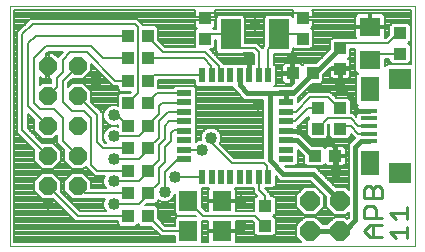
<source format=gtl>
G75*
G70*
%OFA0B0*%
%FSLAX24Y24*%
%IPPOS*%
%LPD*%
%AMOC8*
5,1,8,0,0,1.08239X$1,22.5*
%
%ADD10C,0.0000*%
%ADD11C,0.0110*%
%ADD12R,0.0710X0.0630*%
%ADD13R,0.0210X0.0500*%
%ADD14R,0.0500X0.0210*%
%ADD15R,0.0394X0.0433*%
%ADD16R,0.0433X0.0394*%
%ADD17OC8,0.0600*%
%ADD18R,0.0630X0.0710*%
%ADD19R,0.0700X0.1000*%
%ADD20R,0.0551X0.0138*%
%ADD21R,0.0748X0.0709*%
%ADD22R,0.0630X0.0827*%
%ADD23OC8,0.0640*%
%ADD24C,0.0080*%
%ADD25C,0.0160*%
%ADD26C,0.0400*%
D10*
X001300Y000353D02*
X014800Y000353D01*
X014800Y008353D01*
X001300Y008353D01*
X001300Y000353D01*
D11*
X013105Y000855D02*
X013301Y001051D01*
X013695Y001051D01*
X013695Y001302D02*
X013105Y001302D01*
X013105Y001598D01*
X013203Y001696D01*
X013400Y001696D01*
X013498Y001598D01*
X013498Y001302D01*
X013400Y001051D02*
X013400Y000658D01*
X013301Y000658D02*
X013105Y000855D01*
X013301Y000658D02*
X013695Y000658D01*
X013955Y000805D02*
X014545Y000805D01*
X014545Y001001D02*
X014545Y000608D01*
X014151Y000608D02*
X013955Y000805D01*
X014151Y001252D02*
X013955Y001449D01*
X014545Y001449D01*
X014545Y001252D02*
X014545Y001646D01*
X013695Y001947D02*
X013695Y002242D01*
X013597Y002340D01*
X013498Y002340D01*
X013400Y002242D01*
X013400Y001947D01*
X013695Y001947D02*
X013105Y001947D01*
X013105Y002242D01*
X013203Y002340D01*
X013301Y002340D01*
X013400Y002242D01*
D12*
X013300Y006543D03*
X013300Y007663D03*
D13*
X009903Y006043D03*
X009588Y006043D03*
X009273Y006043D03*
X008958Y006043D03*
X008643Y006043D03*
X008328Y006043D03*
X008013Y006043D03*
X007698Y006043D03*
X007698Y002663D03*
X008013Y002663D03*
X008328Y002663D03*
X008643Y002663D03*
X008958Y002663D03*
X009273Y002663D03*
X009588Y002663D03*
X009903Y002663D03*
D14*
X010490Y003250D03*
X010490Y003565D03*
X010490Y003880D03*
X010490Y004195D03*
X010490Y004510D03*
X010490Y004825D03*
X010490Y005140D03*
X010490Y005455D03*
X007110Y005455D03*
X007110Y005140D03*
X007110Y004825D03*
X007110Y004510D03*
X007110Y004195D03*
X007110Y003880D03*
X007110Y003565D03*
X007110Y003250D03*
D15*
X005885Y003603D03*
X005216Y003603D03*
X005216Y002853D03*
X005885Y002853D03*
X005885Y002103D03*
X005216Y002103D03*
X005216Y001353D03*
X005885Y001353D03*
X005885Y004353D03*
X005216Y004353D03*
X005216Y005103D03*
X005885Y005103D03*
X005885Y005853D03*
X005216Y005853D03*
X005216Y006603D03*
X005885Y006603D03*
X005885Y007353D03*
X005216Y007353D03*
X007800Y007268D03*
X007800Y007937D03*
X011050Y007937D03*
X011050Y007268D03*
X012300Y006937D03*
X012300Y006268D03*
D16*
X011385Y006103D03*
X010716Y006103D03*
X011550Y004937D03*
X012300Y004937D03*
X012300Y004268D03*
X011550Y004268D03*
X011466Y003353D03*
X012135Y003353D03*
X009800Y001687D03*
X009800Y001018D03*
X014300Y006768D03*
X014300Y007437D03*
D17*
X003550Y006353D03*
X002550Y006353D03*
X002550Y005353D03*
X003550Y005353D03*
X003550Y004353D03*
X002550Y004353D03*
X002550Y003353D03*
X003550Y003353D03*
X003550Y002353D03*
X002550Y002353D03*
D18*
X007240Y001853D03*
X008360Y001853D03*
X008360Y000853D03*
X007240Y000853D03*
D19*
X008650Y007403D03*
X010250Y007403D03*
D20*
X013257Y004865D03*
X013257Y004609D03*
X013257Y004353D03*
X013257Y004097D03*
X013257Y003841D03*
D21*
X014300Y002778D03*
X014300Y005928D03*
D22*
X013296Y005573D03*
X013296Y003132D03*
D23*
X012300Y001853D03*
X011300Y001853D03*
X011300Y000853D03*
X012300Y000853D03*
D24*
X011935Y001138D02*
X011665Y001138D01*
X011731Y001073D02*
X011491Y001313D01*
X011110Y001313D01*
X010840Y001043D01*
X010840Y000662D01*
X011010Y000493D01*
X008815Y000493D01*
X008815Y000813D01*
X008400Y000813D01*
X008400Y000893D01*
X008815Y000893D01*
X008815Y001173D01*
X009376Y001173D01*
X009444Y001105D01*
X009444Y000763D01*
X009526Y000681D01*
X010075Y000681D01*
X010157Y000763D01*
X010157Y001273D01*
X010077Y001353D01*
X010157Y001433D01*
X010157Y001942D01*
X010075Y002024D01*
X009980Y002024D01*
X009980Y002077D01*
X009785Y002273D01*
X010066Y002273D01*
X010147Y002355D01*
X010147Y002694D01*
X010309Y002533D01*
X010491Y002533D01*
X011309Y002533D01*
X011840Y002002D01*
X011760Y002002D01*
X011760Y002043D02*
X011491Y002313D01*
X011110Y002313D01*
X010840Y002043D01*
X010840Y001662D01*
X011110Y001393D01*
X011491Y001393D01*
X011760Y001662D01*
X011760Y002043D01*
X011761Y002081D02*
X011723Y002081D01*
X011683Y002159D02*
X011644Y002159D01*
X011604Y002238D02*
X011566Y002238D01*
X011525Y002316D02*
X010109Y002316D01*
X010147Y002395D02*
X011447Y002395D01*
X011368Y002473D02*
X010147Y002473D01*
X010147Y002552D02*
X010290Y002552D01*
X010211Y002631D02*
X010147Y002631D01*
X009903Y002663D02*
X009903Y002850D01*
X009850Y002903D01*
X009850Y003003D01*
X009750Y003103D01*
X008700Y003103D01*
X008000Y003803D01*
X008000Y003953D01*
X007660Y003966D02*
X007500Y003966D01*
X007500Y004043D02*
X007500Y003833D01*
X007508Y003841D01*
X007632Y003893D01*
X007660Y003893D01*
X007660Y004020D01*
X007712Y004145D01*
X007808Y004241D01*
X007932Y004293D01*
X008068Y004293D01*
X008193Y004241D01*
X008288Y004145D01*
X008340Y004020D01*
X008340Y003885D01*
X008291Y003766D01*
X008775Y003283D01*
X009730Y003283D01*
X009730Y005235D01*
X009289Y005235D01*
X009107Y005235D01*
X008859Y005483D01*
X008730Y005612D01*
X008730Y005653D01*
X008491Y005653D01*
X008176Y005653D01*
X007861Y005653D01*
X007535Y005653D01*
X007453Y005735D01*
X007453Y005873D01*
X006222Y005873D01*
X006222Y005633D01*
X006735Y005633D01*
X006802Y005700D01*
X007418Y005700D01*
X007500Y005618D01*
X007500Y005303D01*
X007500Y004988D01*
X007500Y004673D01*
X007500Y004358D01*
X007500Y004043D01*
X007500Y004044D02*
X007670Y004044D01*
X007703Y004123D02*
X007500Y004123D01*
X007500Y004201D02*
X007768Y004201D01*
X007902Y004280D02*
X007500Y004280D01*
X007500Y004358D02*
X009730Y004358D01*
X009730Y004280D02*
X008099Y004280D01*
X008232Y004201D02*
X009730Y004201D01*
X009730Y004123D02*
X008298Y004123D01*
X008330Y004044D02*
X009730Y004044D01*
X009730Y003966D02*
X008340Y003966D01*
X008340Y003887D02*
X009730Y003887D01*
X009730Y003809D02*
X008308Y003809D01*
X008327Y003730D02*
X009730Y003730D01*
X009730Y003652D02*
X008406Y003652D01*
X008484Y003573D02*
X009730Y003573D01*
X009730Y003494D02*
X008563Y003494D01*
X008641Y003416D02*
X009730Y003416D01*
X009730Y003337D02*
X008720Y003337D01*
X007700Y003553D02*
X007688Y003565D01*
X007110Y003565D01*
X007110Y003250D02*
X006898Y003250D01*
X006450Y002803D01*
X006450Y002153D01*
X006702Y001924D02*
X006785Y001924D01*
X006738Y001960D02*
X006785Y002074D01*
X006785Y001440D01*
X006867Y001358D01*
X007481Y001358D01*
X007491Y001348D01*
X006867Y001348D01*
X006785Y001266D01*
X006785Y001033D01*
X006475Y001033D01*
X006222Y001286D01*
X006222Y001627D01*
X006140Y001709D01*
X005811Y001709D01*
X005848Y001746D01*
X006140Y001746D01*
X006222Y001828D01*
X006222Y001901D01*
X006258Y001865D01*
X006382Y001813D01*
X006518Y001813D01*
X006643Y001865D01*
X006738Y001960D01*
X006756Y002002D02*
X006785Y002002D01*
X006785Y001845D02*
X006596Y001845D01*
X006785Y001767D02*
X006160Y001767D01*
X006161Y001688D02*
X006785Y001688D01*
X006785Y001609D02*
X006222Y001609D01*
X006222Y001531D02*
X006785Y001531D01*
X006785Y001452D02*
X006222Y001452D01*
X006222Y001374D02*
X006851Y001374D01*
X006815Y001295D02*
X006222Y001295D01*
X006291Y001217D02*
X006785Y001217D01*
X006785Y001138D02*
X006369Y001138D01*
X006448Y001060D02*
X006785Y001060D01*
X006400Y000853D02*
X007240Y000853D01*
X007695Y000824D02*
X008320Y000824D01*
X008320Y000813D02*
X007905Y000813D01*
X007905Y000493D01*
X007695Y000493D01*
X007695Y001173D01*
X007815Y001173D01*
X007905Y001173D01*
X007905Y000893D01*
X008320Y000893D01*
X008320Y000813D01*
X008360Y000853D02*
X008850Y000853D01*
X009000Y001003D01*
X008815Y000981D02*
X009444Y000981D01*
X009444Y000903D02*
X008815Y000903D01*
X008815Y001060D02*
X009444Y001060D01*
X009410Y001138D02*
X008815Y001138D01*
X008400Y000824D02*
X009444Y000824D01*
X009461Y000745D02*
X008815Y000745D01*
X008815Y000667D02*
X010840Y000667D01*
X010840Y000745D02*
X010139Y000745D01*
X010157Y000824D02*
X010840Y000824D01*
X010840Y000903D02*
X010157Y000903D01*
X010157Y000981D02*
X010840Y000981D01*
X010857Y001060D02*
X010157Y001060D01*
X010157Y001138D02*
X010935Y001138D01*
X011014Y001217D02*
X010157Y001217D01*
X010134Y001295D02*
X011092Y001295D01*
X011050Y001452D02*
X010157Y001452D01*
X010157Y001531D02*
X010971Y001531D01*
X010893Y001609D02*
X010157Y001609D01*
X010157Y001688D02*
X010840Y001688D01*
X010840Y001767D02*
X010157Y001767D01*
X010157Y001845D02*
X010840Y001845D01*
X010840Y001924D02*
X010157Y001924D01*
X010097Y002002D02*
X010840Y002002D01*
X010878Y002081D02*
X009977Y002081D01*
X009898Y002159D02*
X010956Y002159D01*
X011035Y002238D02*
X009820Y002238D01*
X009600Y002203D02*
X009600Y002650D01*
X009588Y002663D01*
X009420Y002273D02*
X009110Y002273D01*
X008799Y002273D01*
X008805Y002262D01*
X008815Y002226D01*
X008815Y001893D01*
X008400Y001893D01*
X008400Y001813D01*
X008815Y001813D01*
X008815Y001533D01*
X009444Y001533D01*
X009444Y001942D01*
X009525Y002024D01*
X009420Y002128D01*
X009420Y002273D01*
X009420Y002238D02*
X008812Y002238D01*
X008815Y002159D02*
X009420Y002159D01*
X009468Y002081D02*
X008815Y002081D01*
X008815Y002002D02*
X009504Y002002D01*
X009444Y001924D02*
X008815Y001924D01*
X009000Y001853D02*
X008360Y001853D01*
X008400Y001845D02*
X009444Y001845D01*
X009444Y001767D02*
X008815Y001767D01*
X008815Y001688D02*
X009444Y001688D01*
X009444Y001609D02*
X008815Y001609D01*
X008320Y001813D02*
X007905Y001813D01*
X007905Y001533D01*
X007815Y001533D01*
X007695Y001652D01*
X007695Y002266D01*
X007688Y002273D01*
X007850Y002273D01*
X007921Y002273D01*
X007915Y002262D01*
X007905Y002226D01*
X007905Y001893D01*
X008320Y001893D01*
X008320Y001813D01*
X008320Y001845D02*
X007695Y001845D01*
X007695Y001767D02*
X007905Y001767D01*
X007905Y001688D02*
X007695Y001688D01*
X007738Y001609D02*
X007905Y001609D01*
X007740Y001353D02*
X007240Y001853D01*
X007695Y001924D02*
X007905Y001924D01*
X007905Y002002D02*
X007695Y002002D01*
X007695Y002081D02*
X007905Y002081D01*
X007905Y002159D02*
X007695Y002159D01*
X007695Y002238D02*
X007908Y002238D01*
X007688Y002653D02*
X007698Y002663D01*
X007688Y002653D02*
X006800Y002653D01*
X006250Y002453D02*
X006250Y002953D01*
X006450Y003153D01*
X006450Y003653D01*
X006650Y003853D01*
X006650Y004103D01*
X006750Y004203D01*
X007103Y004203D01*
X007110Y004195D01*
X007103Y004503D02*
X006600Y004503D01*
X006450Y004353D01*
X006450Y003903D01*
X006250Y003703D01*
X006250Y003203D01*
X005900Y002853D01*
X005885Y002853D01*
X005885Y002787D01*
X005600Y002503D01*
X004750Y002503D01*
X004435Y002631D02*
X003895Y002631D01*
X003816Y002709D02*
X004089Y002709D01*
X004126Y002673D02*
X004275Y002673D01*
X004453Y002673D01*
X004410Y002570D01*
X004410Y002435D01*
X004462Y002310D01*
X004489Y002283D01*
X003990Y002283D01*
X003990Y002535D01*
X003732Y002793D01*
X003368Y002793D01*
X003110Y002535D01*
X003110Y002171D01*
X003368Y001913D01*
X003732Y001913D01*
X003742Y001923D01*
X003875Y001923D01*
X004453Y001923D01*
X004410Y001820D01*
X004410Y001685D01*
X004462Y001560D01*
X004489Y001533D01*
X003625Y001533D01*
X002988Y002169D01*
X002990Y002171D01*
X002990Y002535D01*
X002732Y002793D01*
X002368Y002793D01*
X002110Y002535D01*
X002110Y002171D01*
X002368Y001913D01*
X002732Y001913D01*
X002734Y001914D01*
X003476Y001173D01*
X003625Y001173D01*
X004879Y001173D01*
X004879Y001078D01*
X004961Y000996D01*
X005470Y000996D01*
X005550Y001076D01*
X005630Y000996D01*
X006002Y000996D01*
X006220Y000778D01*
X006326Y000673D01*
X006785Y000673D01*
X006785Y000493D01*
X001440Y000493D01*
X001440Y008213D01*
X007476Y008213D01*
X007473Y008208D01*
X007463Y008172D01*
X007463Y007977D01*
X007760Y007977D01*
X007760Y007897D01*
X007463Y007897D01*
X007463Y007702D01*
X007473Y007667D01*
X007491Y007635D01*
X007517Y007609D01*
X007525Y007604D01*
X007463Y007543D01*
X007463Y006994D01*
X007474Y006983D01*
X006475Y006983D01*
X006222Y007236D01*
X006222Y007627D01*
X006140Y007709D01*
X005730Y007709D01*
X005730Y007727D01*
X005630Y007827D01*
X005525Y007933D01*
X002125Y007933D01*
X001976Y007933D01*
X001626Y007583D01*
X001520Y007477D01*
X001520Y004277D01*
X001520Y004128D01*
X002112Y003537D01*
X002110Y003535D01*
X002110Y003171D01*
X002368Y002913D01*
X002732Y002913D01*
X002990Y003171D01*
X002990Y003535D01*
X002732Y003793D01*
X002368Y003793D01*
X002366Y003791D01*
X001880Y004277D01*
X001880Y004768D01*
X002112Y004537D01*
X002110Y004535D01*
X002110Y004171D01*
X002368Y003913D01*
X002732Y003913D01*
X002870Y004051D01*
X002870Y003927D01*
X002870Y003778D01*
X003112Y003537D01*
X003110Y003535D01*
X003110Y003171D01*
X003368Y002913D01*
X003732Y002913D01*
X003820Y003001D01*
X003820Y002978D01*
X003926Y002873D01*
X004126Y002673D01*
X004011Y002788D02*
X003737Y002788D01*
X003764Y002945D02*
X003854Y002945D01*
X003932Y002866D02*
X001440Y002866D01*
X001440Y002788D02*
X002363Y002788D01*
X002284Y002709D02*
X001440Y002709D01*
X001440Y002631D02*
X002206Y002631D01*
X002127Y002552D02*
X001440Y002552D01*
X001440Y002473D02*
X002110Y002473D01*
X002110Y002395D02*
X001440Y002395D01*
X001440Y002316D02*
X002110Y002316D01*
X002110Y002238D02*
X001440Y002238D01*
X001440Y002159D02*
X002121Y002159D01*
X002200Y002081D02*
X001440Y002081D01*
X001440Y002002D02*
X002279Y002002D01*
X002357Y001924D02*
X001440Y001924D01*
X001440Y001845D02*
X002803Y001845D01*
X002882Y001767D02*
X001440Y001767D01*
X001440Y001688D02*
X002960Y001688D01*
X003039Y001609D02*
X001440Y001609D01*
X001440Y001531D02*
X003117Y001531D01*
X003196Y001452D02*
X001440Y001452D01*
X001440Y001374D02*
X003275Y001374D01*
X003353Y001295D02*
X001440Y001295D01*
X001440Y001217D02*
X003432Y001217D01*
X003550Y001353D02*
X002550Y002353D01*
X002990Y002316D02*
X003110Y002316D01*
X003110Y002238D02*
X002990Y002238D01*
X002998Y002159D02*
X003121Y002159D01*
X003077Y002081D02*
X003200Y002081D01*
X003155Y002002D02*
X003279Y002002D01*
X003234Y001924D02*
X003357Y001924D01*
X003312Y001845D02*
X004420Y001845D01*
X004410Y001767D02*
X003391Y001767D01*
X003469Y001688D02*
X004410Y001688D01*
X004441Y001609D02*
X003548Y001609D01*
X003550Y001353D02*
X005216Y001353D01*
X004879Y001138D02*
X001440Y001138D01*
X001440Y001060D02*
X004897Y001060D01*
X005534Y001060D02*
X005566Y001060D01*
X006017Y000981D02*
X001440Y000981D01*
X001440Y000903D02*
X006096Y000903D01*
X006174Y000824D02*
X001440Y000824D01*
X001440Y000745D02*
X006253Y000745D01*
X006400Y000853D02*
X005900Y001353D01*
X005885Y001353D01*
X005600Y001753D02*
X004750Y001753D01*
X005216Y002103D02*
X003800Y002103D01*
X003550Y002353D01*
X003990Y002316D02*
X004459Y002316D01*
X004427Y002395D02*
X003990Y002395D01*
X003990Y002473D02*
X004410Y002473D01*
X004410Y002552D02*
X003973Y002552D01*
X004200Y002853D02*
X004000Y003053D01*
X004000Y004603D01*
X003750Y004853D01*
X003350Y004853D01*
X003050Y005153D01*
X003050Y005853D01*
X003550Y006353D01*
X003906Y006086D02*
X004312Y006086D01*
X004390Y006008D02*
X003827Y006008D01*
X003749Y005929D02*
X004469Y005929D01*
X004548Y005851D02*
X003303Y005851D01*
X003368Y005793D02*
X003230Y005655D01*
X003230Y005778D01*
X003366Y005914D01*
X003368Y005913D01*
X003732Y005913D01*
X003990Y006171D01*
X003990Y006408D01*
X004726Y005673D01*
X004875Y005673D01*
X004879Y005673D01*
X004879Y005578D01*
X004961Y005496D01*
X005339Y005496D01*
X005302Y005459D01*
X004961Y005459D01*
X004879Y005377D01*
X004879Y005017D01*
X004818Y005043D01*
X004682Y005043D01*
X004558Y004991D01*
X004462Y004895D01*
X004410Y004770D01*
X004410Y004635D01*
X004462Y004510D01*
X004558Y004415D01*
X004682Y004363D01*
X004818Y004363D01*
X004879Y004388D01*
X004879Y004317D01*
X004818Y004343D01*
X004682Y004343D01*
X004558Y004291D01*
X004462Y004195D01*
X004410Y004070D01*
X004410Y003935D01*
X004462Y003810D01*
X004489Y003783D01*
X004475Y003783D01*
X004380Y003877D01*
X004380Y004628D01*
X004380Y004777D01*
X003988Y005169D01*
X003990Y005171D01*
X003990Y005535D01*
X003732Y005793D01*
X003368Y005793D01*
X003347Y005772D02*
X003230Y005772D01*
X003230Y005694D02*
X003269Y005694D01*
X002850Y005653D02*
X002850Y005953D01*
X003050Y006153D01*
X003050Y006553D01*
X003300Y006803D01*
X003850Y006803D01*
X004800Y005853D01*
X005216Y005853D01*
X004879Y005615D02*
X003910Y005615D01*
X003988Y005537D02*
X004920Y005537D01*
X004959Y005458D02*
X003990Y005458D01*
X003990Y005380D02*
X004881Y005380D01*
X004879Y005301D02*
X003990Y005301D01*
X003990Y005222D02*
X004879Y005222D01*
X004879Y005144D02*
X004014Y005144D01*
X004092Y005065D02*
X004879Y005065D01*
X004553Y004987D02*
X004171Y004987D01*
X004249Y004908D02*
X004475Y004908D01*
X004435Y004830D02*
X004328Y004830D01*
X004380Y004751D02*
X004410Y004751D01*
X004410Y004673D02*
X004380Y004673D01*
X004380Y004594D02*
X004427Y004594D01*
X004460Y004516D02*
X004380Y004516D01*
X004380Y004437D02*
X004535Y004437D01*
X004547Y004280D02*
X004380Y004280D01*
X004380Y004358D02*
X004879Y004358D01*
X005216Y004353D02*
X004866Y004703D01*
X004750Y004703D01*
X004200Y004703D02*
X003550Y005353D01*
X003831Y005694D02*
X004705Y005694D01*
X004626Y005772D02*
X003753Y005772D01*
X003985Y006165D02*
X004233Y006165D01*
X004155Y006244D02*
X003990Y006244D01*
X003990Y006322D02*
X004076Y006322D01*
X003998Y006401D02*
X003990Y006401D01*
X004400Y006603D02*
X004000Y007003D01*
X002500Y007003D01*
X002100Y006603D01*
X002100Y005103D01*
X002300Y004903D01*
X002750Y004903D01*
X003050Y004603D01*
X003050Y003853D01*
X003550Y003353D01*
X003110Y003337D02*
X002990Y003337D01*
X002990Y003259D02*
X003110Y003259D01*
X003110Y003180D02*
X002990Y003180D01*
X002921Y003102D02*
X003179Y003102D01*
X003257Y003023D02*
X002843Y003023D01*
X002764Y002945D02*
X003336Y002945D01*
X003363Y002788D02*
X002737Y002788D01*
X002816Y002709D02*
X003284Y002709D01*
X003206Y002631D02*
X002895Y002631D01*
X002973Y002552D02*
X003127Y002552D01*
X003110Y002473D02*
X002990Y002473D01*
X002990Y002395D02*
X003110Y002395D01*
X002336Y002945D02*
X001440Y002945D01*
X001440Y003023D02*
X002257Y003023D01*
X002179Y003102D02*
X001440Y003102D01*
X001440Y003180D02*
X002110Y003180D01*
X002110Y003259D02*
X001440Y003259D01*
X001440Y003337D02*
X002110Y003337D01*
X002110Y003416D02*
X001440Y003416D01*
X001440Y003494D02*
X002110Y003494D01*
X002075Y003573D02*
X001440Y003573D01*
X001440Y003652D02*
X001997Y003652D01*
X001918Y003730D02*
X001440Y003730D01*
X001440Y003809D02*
X001840Y003809D01*
X001761Y003887D02*
X001440Y003887D01*
X001440Y003966D02*
X001683Y003966D01*
X001604Y004044D02*
X001440Y004044D01*
X001440Y004123D02*
X001526Y004123D01*
X001520Y004201D02*
X001440Y004201D01*
X001440Y004280D02*
X001520Y004280D01*
X001520Y004358D02*
X001440Y004358D01*
X001440Y004437D02*
X001520Y004437D01*
X001520Y004516D02*
X001440Y004516D01*
X001440Y004594D02*
X001520Y004594D01*
X001520Y004673D02*
X001440Y004673D01*
X001440Y004751D02*
X001520Y004751D01*
X001520Y004830D02*
X001440Y004830D01*
X001440Y004908D02*
X001520Y004908D01*
X001520Y004987D02*
X001440Y004987D01*
X001440Y005065D02*
X001520Y005065D01*
X001520Y005144D02*
X001440Y005144D01*
X001440Y005222D02*
X001520Y005222D01*
X001520Y005301D02*
X001440Y005301D01*
X001440Y005380D02*
X001520Y005380D01*
X001520Y005458D02*
X001440Y005458D01*
X001440Y005537D02*
X001520Y005537D01*
X001520Y005615D02*
X001440Y005615D01*
X001440Y005694D02*
X001520Y005694D01*
X001520Y005772D02*
X001440Y005772D01*
X001440Y005851D02*
X001520Y005851D01*
X001520Y005929D02*
X001440Y005929D01*
X001440Y006008D02*
X001520Y006008D01*
X001520Y006086D02*
X001440Y006086D01*
X001440Y006165D02*
X001520Y006165D01*
X001520Y006244D02*
X001440Y006244D01*
X001440Y006322D02*
X001520Y006322D01*
X001520Y006401D02*
X001440Y006401D01*
X001440Y006479D02*
X001520Y006479D01*
X001520Y006558D02*
X001440Y006558D01*
X001440Y006636D02*
X001520Y006636D01*
X001520Y006715D02*
X001440Y006715D01*
X001440Y006793D02*
X001520Y006793D01*
X001520Y006872D02*
X001440Y006872D01*
X001440Y006950D02*
X001520Y006950D01*
X001520Y007029D02*
X001440Y007029D01*
X001440Y007107D02*
X001520Y007107D01*
X001520Y007186D02*
X001440Y007186D01*
X001440Y007265D02*
X001520Y007265D01*
X001520Y007343D02*
X001440Y007343D01*
X001440Y007422D02*
X001520Y007422D01*
X001543Y007500D02*
X001440Y007500D01*
X001440Y007579D02*
X001622Y007579D01*
X001700Y007657D02*
X001440Y007657D01*
X001440Y007736D02*
X001779Y007736D01*
X001857Y007814D02*
X001440Y007814D01*
X001440Y007893D02*
X001936Y007893D01*
X002050Y007753D02*
X001700Y007403D01*
X001700Y004203D01*
X002550Y003353D01*
X002990Y003416D02*
X003110Y003416D01*
X003110Y003494D02*
X002990Y003494D01*
X002952Y003573D02*
X003075Y003573D01*
X002997Y003652D02*
X002874Y003652D01*
X002918Y003730D02*
X002795Y003730D01*
X002870Y003809D02*
X002349Y003809D01*
X002270Y003887D02*
X002870Y003887D01*
X002870Y003966D02*
X002785Y003966D01*
X002864Y004044D02*
X002870Y004044D01*
X002550Y004353D02*
X001900Y005003D01*
X001900Y007103D01*
X002150Y007353D01*
X005216Y007353D01*
X005550Y007653D02*
X005450Y007753D01*
X002050Y007753D01*
X001440Y007971D02*
X007760Y007971D01*
X007800Y007937D02*
X007835Y007937D01*
X008000Y008103D01*
X009450Y008103D01*
X009450Y007703D01*
X009140Y007736D02*
X009760Y007736D01*
X009760Y007814D02*
X009140Y007814D01*
X009140Y007893D02*
X009760Y007893D01*
X009760Y007961D02*
X009760Y007017D01*
X009720Y006977D01*
X009720Y006937D01*
X009675Y006983D01*
X009525Y007133D01*
X009376Y007133D01*
X009140Y007133D01*
X009140Y007961D01*
X009058Y008043D01*
X008242Y008043D01*
X008160Y007961D01*
X008160Y007583D01*
X008097Y007583D01*
X008075Y007604D01*
X008083Y007609D01*
X008109Y007635D01*
X008127Y007667D01*
X008137Y007702D01*
X008137Y007897D01*
X007840Y007897D01*
X007840Y007977D01*
X008137Y007977D01*
X008137Y008172D01*
X008127Y008208D01*
X008125Y008213D01*
X010726Y008213D01*
X010723Y008208D01*
X010713Y008172D01*
X010713Y007988D01*
X010658Y008043D01*
X009842Y008043D01*
X009760Y007961D01*
X009771Y007971D02*
X009129Y007971D01*
X009450Y008103D02*
X010885Y008103D01*
X011050Y007937D01*
X011090Y007971D02*
X012805Y007971D01*
X012805Y007996D02*
X012805Y007702D01*
X013260Y007702D01*
X013260Y007623D01*
X012805Y007623D01*
X012805Y007329D01*
X012815Y007294D01*
X012821Y007283D01*
X012566Y007283D01*
X012555Y007294D01*
X012045Y007294D01*
X011963Y007212D01*
X011963Y006912D01*
X011491Y006440D01*
X011110Y006440D01*
X011049Y006378D01*
X011044Y006386D01*
X011018Y006412D01*
X010986Y006430D01*
X010950Y006440D01*
X010755Y006440D01*
X010755Y006143D01*
X010676Y006143D01*
X010676Y006440D01*
X010481Y006440D01*
X010445Y006430D01*
X010413Y006412D01*
X010387Y006386D01*
X010369Y006354D01*
X010359Y006318D01*
X010359Y006143D01*
X010675Y006143D01*
X010675Y006063D01*
X010359Y006063D01*
X010359Y005887D01*
X010369Y005852D01*
X010387Y005820D01*
X010413Y005794D01*
X010445Y005775D01*
X010481Y005766D01*
X010676Y005766D01*
X010676Y006063D01*
X010755Y006063D01*
X010755Y005784D01*
X010671Y005700D01*
X010182Y005700D01*
X010157Y005675D01*
X010088Y005675D01*
X010147Y005735D01*
X010147Y006351D01*
X010082Y006416D01*
X010082Y006763D01*
X010658Y006763D01*
X010740Y006845D01*
X010740Y006967D01*
X010795Y006912D01*
X011305Y006912D01*
X011387Y006994D01*
X011387Y007543D01*
X011325Y007604D01*
X011333Y007609D01*
X011359Y007635D01*
X011377Y007667D01*
X011387Y007702D01*
X011387Y007897D01*
X011090Y007897D01*
X011090Y007977D01*
X011387Y007977D01*
X011387Y008172D01*
X011377Y008208D01*
X011375Y008213D01*
X014660Y008213D01*
X014660Y006422D01*
X013868Y006422D01*
X013795Y006349D01*
X013795Y006588D01*
X013944Y006588D01*
X013944Y006513D01*
X014026Y006431D01*
X014575Y006431D01*
X014657Y006513D01*
X014657Y007023D01*
X014577Y007103D01*
X014657Y007183D01*
X014657Y007692D01*
X014575Y007774D01*
X014026Y007774D01*
X013944Y007692D01*
X013944Y007401D01*
X013826Y007283D01*
X013779Y007283D01*
X013786Y007294D01*
X013795Y007329D01*
X013795Y007623D01*
X013340Y007623D01*
X013340Y007702D01*
X013795Y007702D01*
X013795Y007996D01*
X013786Y008032D01*
X013767Y008064D01*
X013741Y008090D01*
X013709Y008108D01*
X013674Y008118D01*
X013340Y008118D01*
X013340Y007703D01*
X013260Y007703D01*
X013260Y008118D01*
X012927Y008118D01*
X012891Y008108D01*
X012859Y008090D01*
X012833Y008064D01*
X012815Y008032D01*
X012805Y007996D01*
X012825Y008050D02*
X011387Y008050D01*
X011387Y008129D02*
X014660Y008129D01*
X014660Y008207D02*
X011378Y008207D01*
X011387Y007893D02*
X012805Y007893D01*
X012805Y007814D02*
X011387Y007814D01*
X011387Y007736D02*
X012805Y007736D01*
X012805Y007579D02*
X011351Y007579D01*
X011372Y007657D02*
X013260Y007657D01*
X013260Y007736D02*
X013340Y007736D01*
X013340Y007814D02*
X013260Y007814D01*
X013260Y007893D02*
X013340Y007893D01*
X013340Y007971D02*
X013260Y007971D01*
X013260Y008050D02*
X013340Y008050D01*
X013775Y008050D02*
X014660Y008050D01*
X014660Y007971D02*
X013795Y007971D01*
X013795Y007893D02*
X014660Y007893D01*
X014660Y007814D02*
X013795Y007814D01*
X013795Y007736D02*
X013987Y007736D01*
X013944Y007657D02*
X013340Y007657D01*
X013795Y007579D02*
X013944Y007579D01*
X013944Y007500D02*
X013795Y007500D01*
X013795Y007422D02*
X013944Y007422D01*
X013886Y007343D02*
X013795Y007343D01*
X013900Y007103D02*
X014235Y007437D01*
X014300Y007437D01*
X014657Y007422D02*
X014660Y007422D01*
X014657Y007500D02*
X014660Y007500D01*
X014657Y007579D02*
X014660Y007579D01*
X014657Y007657D02*
X014660Y007657D01*
X014660Y007736D02*
X014613Y007736D01*
X014657Y007343D02*
X014660Y007343D01*
X014657Y007265D02*
X014660Y007265D01*
X014657Y007186D02*
X014660Y007186D01*
X014660Y007107D02*
X014582Y007107D01*
X014651Y007029D02*
X014660Y007029D01*
X014657Y006950D02*
X014660Y006950D01*
X014657Y006872D02*
X014660Y006872D01*
X014657Y006793D02*
X014660Y006793D01*
X014657Y006715D02*
X014660Y006715D01*
X014657Y006636D02*
X014660Y006636D01*
X014657Y006558D02*
X014660Y006558D01*
X014660Y006479D02*
X014623Y006479D01*
X014300Y006768D02*
X013525Y006768D01*
X013300Y006543D01*
X012805Y006558D02*
X012616Y006558D01*
X012609Y006571D02*
X012583Y006597D01*
X012575Y006601D01*
X012637Y006663D01*
X012637Y006923D01*
X012812Y006923D01*
X012805Y006916D01*
X012805Y006170D01*
X012886Y006089D01*
X012841Y006045D01*
X012841Y005102D01*
X012897Y005046D01*
X012895Y005045D01*
X012869Y005019D01*
X012851Y004987D01*
X012657Y004987D01*
X012657Y005065D02*
X012878Y005065D01*
X012851Y004987D02*
X012841Y004952D01*
X012841Y004865D01*
X013256Y004865D01*
X013256Y004864D01*
X012841Y004864D01*
X012841Y004777D01*
X012850Y004744D01*
X012841Y004736D01*
X012841Y004666D01*
X012830Y004677D01*
X012725Y004783D01*
X012657Y004783D01*
X012657Y005192D01*
X012575Y005274D01*
X012183Y005274D01*
X012080Y005377D01*
X011975Y005483D01*
X011375Y005483D01*
X011226Y005483D01*
X010880Y005137D01*
X010880Y005287D01*
X010955Y005362D01*
X011359Y005766D01*
X011659Y005766D01*
X011741Y005848D01*
X011741Y006067D01*
X011982Y006308D01*
X012260Y006308D01*
X012260Y006228D01*
X011963Y006228D01*
X011963Y006033D01*
X011973Y005998D01*
X011991Y005966D01*
X012017Y005940D01*
X012049Y005921D01*
X012085Y005912D01*
X012260Y005912D01*
X012260Y006228D01*
X012340Y006228D01*
X012340Y005912D01*
X012515Y005912D01*
X012551Y005921D01*
X012583Y005940D01*
X012609Y005966D01*
X012627Y005998D01*
X012637Y006033D01*
X012637Y006228D01*
X012340Y006228D01*
X012340Y006308D01*
X012637Y006308D01*
X012637Y006503D01*
X012627Y006539D01*
X012609Y006571D01*
X012610Y006636D02*
X012805Y006636D01*
X012805Y006715D02*
X012637Y006715D01*
X012637Y006793D02*
X012805Y006793D01*
X012805Y006872D02*
X012637Y006872D01*
X012385Y007103D02*
X012300Y007018D01*
X012300Y006937D01*
X012385Y007103D02*
X013900Y007103D01*
X013944Y006558D02*
X013795Y006558D01*
X013795Y006479D02*
X013978Y006479D01*
X013847Y006401D02*
X013795Y006401D01*
X012883Y006086D02*
X012637Y006086D01*
X012630Y006008D02*
X012841Y006008D01*
X012841Y005929D02*
X012565Y005929D01*
X012340Y005929D02*
X012260Y005929D01*
X012260Y006008D02*
X012340Y006008D01*
X012340Y006086D02*
X012260Y006086D01*
X012260Y006165D02*
X012340Y006165D01*
X012340Y006244D02*
X012805Y006244D01*
X012805Y006322D02*
X012637Y006322D01*
X012637Y006401D02*
X012805Y006401D01*
X012805Y006479D02*
X012637Y006479D01*
X012260Y006244D02*
X011917Y006244D01*
X011963Y006165D02*
X011839Y006165D01*
X011760Y006086D02*
X011963Y006086D01*
X011970Y006008D02*
X011741Y006008D01*
X011741Y005929D02*
X012035Y005929D01*
X011741Y005851D02*
X012841Y005851D01*
X012841Y005772D02*
X011666Y005772D01*
X011287Y005694D02*
X012841Y005694D01*
X012841Y005615D02*
X011208Y005615D01*
X011130Y005537D02*
X012841Y005537D01*
X012841Y005458D02*
X011999Y005458D01*
X012078Y005380D02*
X012841Y005380D01*
X012841Y005301D02*
X012156Y005301D01*
X011900Y005303D02*
X011300Y005303D01*
X010823Y004825D01*
X010490Y004825D01*
X010490Y004510D02*
X010498Y004503D01*
X010800Y004503D01*
X011235Y004937D01*
X011550Y004937D01*
X011273Y004603D02*
X011214Y004662D01*
X010980Y004428D01*
X010878Y004326D01*
X010880Y004319D01*
X010880Y004208D01*
X010503Y004208D01*
X010503Y004183D01*
X010880Y004183D01*
X010880Y004100D01*
X010964Y004100D01*
X011374Y003690D01*
X011740Y003690D01*
X011802Y003628D01*
X011806Y003636D01*
X011832Y003662D01*
X011864Y003680D01*
X011900Y003690D01*
X012095Y003690D01*
X012095Y003393D01*
X012175Y003393D01*
X012175Y003690D01*
X012370Y003690D01*
X012405Y003680D01*
X012437Y003662D01*
X012463Y003636D01*
X012482Y003604D01*
X012491Y003568D01*
X012491Y003393D01*
X012175Y003393D01*
X012175Y003313D01*
X012491Y003313D01*
X012491Y003137D01*
X012482Y003102D01*
X012463Y003070D01*
X012437Y003044D01*
X012405Y003025D01*
X012370Y003016D01*
X012175Y003016D01*
X012175Y003313D01*
X012095Y003313D01*
X012095Y003016D01*
X011900Y003016D01*
X011864Y003025D01*
X011832Y003044D01*
X011806Y003070D01*
X011802Y003078D01*
X011740Y003016D01*
X011191Y003016D01*
X011109Y003098D01*
X011109Y003333D01*
X011080Y003362D01*
X010880Y003562D01*
X010880Y003402D01*
X010880Y003087D01*
X010798Y003005D01*
X010459Y003005D01*
X010491Y002973D01*
X011491Y002973D01*
X011620Y002844D01*
X012151Y002313D01*
X012491Y002313D01*
X012580Y002223D01*
X012580Y003562D01*
X012580Y003744D01*
X012792Y003956D01*
X012657Y004092D01*
X012657Y004013D01*
X012575Y003931D01*
X012026Y003931D01*
X011944Y004013D01*
X011944Y004407D01*
X011907Y004370D01*
X011907Y004013D01*
X011825Y003931D01*
X011276Y003931D01*
X011194Y004013D01*
X011194Y004523D01*
X011273Y004603D01*
X011265Y004594D02*
X011146Y004594D01*
X011194Y004516D02*
X011067Y004516D01*
X010989Y004437D02*
X011194Y004437D01*
X011194Y004358D02*
X010910Y004358D01*
X010880Y004280D02*
X011194Y004280D01*
X011194Y004201D02*
X010503Y004201D01*
X010880Y004123D02*
X011194Y004123D01*
X011194Y004044D02*
X011020Y004044D01*
X011098Y003966D02*
X011241Y003966D01*
X011177Y003887D02*
X012724Y003887D01*
X012783Y003966D02*
X012609Y003966D01*
X012657Y004044D02*
X012704Y004044D01*
X012906Y004097D02*
X012650Y004353D01*
X012385Y004353D01*
X012300Y004268D01*
X011944Y004280D02*
X011907Y004280D01*
X011907Y004358D02*
X011944Y004358D01*
X011944Y004201D02*
X011907Y004201D01*
X011907Y004123D02*
X011944Y004123D01*
X011944Y004044D02*
X011907Y004044D01*
X011859Y003966D02*
X011991Y003966D01*
X012095Y003652D02*
X012175Y003652D01*
X012175Y003573D02*
X012095Y003573D01*
X012095Y003494D02*
X012175Y003494D01*
X012175Y003416D02*
X012095Y003416D01*
X012175Y003337D02*
X012580Y003337D01*
X012580Y003259D02*
X012491Y003259D01*
X012491Y003180D02*
X012580Y003180D01*
X012580Y003102D02*
X012482Y003102D01*
X012397Y003023D02*
X012580Y003023D01*
X012580Y002945D02*
X011519Y002945D01*
X011598Y002866D02*
X012580Y002866D01*
X012580Y002788D02*
X011676Y002788D01*
X011755Y002709D02*
X012580Y002709D01*
X012580Y002631D02*
X011833Y002631D01*
X011912Y002552D02*
X012580Y002552D01*
X012580Y002473D02*
X011991Y002473D01*
X012069Y002395D02*
X012580Y002395D01*
X012580Y002316D02*
X012148Y002316D01*
X012566Y002238D02*
X012580Y002238D01*
X011840Y002002D02*
X011840Y001662D01*
X012110Y001393D01*
X012491Y001393D01*
X012580Y001482D01*
X012580Y001294D01*
X012545Y001259D01*
X012491Y001313D01*
X012110Y001313D01*
X011870Y001073D01*
X011731Y001073D01*
X011587Y001217D02*
X012014Y001217D01*
X012092Y001295D02*
X011508Y001295D01*
X011550Y001452D02*
X012050Y001452D01*
X011971Y001531D02*
X011629Y001531D01*
X011707Y001609D02*
X011893Y001609D01*
X011840Y001688D02*
X011760Y001688D01*
X011760Y001767D02*
X011840Y001767D01*
X011840Y001845D02*
X011760Y001845D01*
X011760Y001924D02*
X011840Y001924D01*
X012550Y001452D02*
X012580Y001452D01*
X012580Y001374D02*
X010098Y001374D01*
X009800Y001687D02*
X009800Y002003D01*
X009600Y002203D01*
X010816Y003023D02*
X011184Y003023D01*
X011109Y003102D02*
X010880Y003102D01*
X010880Y003180D02*
X011109Y003180D01*
X011109Y003259D02*
X010880Y003259D01*
X010880Y003337D02*
X011104Y003337D01*
X011026Y003416D02*
X010880Y003416D01*
X010880Y003494D02*
X010947Y003494D01*
X011334Y003730D02*
X012580Y003730D01*
X012580Y003652D02*
X012447Y003652D01*
X012490Y003573D02*
X012580Y003573D01*
X012580Y003494D02*
X012491Y003494D01*
X012491Y003416D02*
X012580Y003416D01*
X012175Y003259D02*
X012095Y003259D01*
X012095Y003180D02*
X012175Y003180D01*
X012175Y003102D02*
X012095Y003102D01*
X012095Y003023D02*
X012175Y003023D01*
X011872Y003023D02*
X011747Y003023D01*
X011778Y003652D02*
X011822Y003652D01*
X011255Y003809D02*
X012645Y003809D01*
X012906Y004097D02*
X013257Y004097D01*
X013257Y004353D02*
X012900Y004353D01*
X012650Y004603D01*
X011885Y004603D01*
X011550Y004268D01*
X012266Y004937D02*
X011900Y005303D01*
X012266Y004937D02*
X012300Y004937D01*
X012657Y004908D02*
X012841Y004908D01*
X012841Y004830D02*
X012657Y004830D01*
X012756Y004751D02*
X012848Y004751D01*
X012841Y004673D02*
X012835Y004673D01*
X012841Y005144D02*
X012657Y005144D01*
X012626Y005222D02*
X012841Y005222D01*
X012810Y006165D02*
X012637Y006165D01*
X011766Y006715D02*
X010082Y006715D01*
X010082Y006636D02*
X011688Y006636D01*
X011609Y006558D02*
X010082Y006558D01*
X010082Y006479D02*
X011531Y006479D01*
X011845Y006793D02*
X010689Y006793D01*
X010740Y006872D02*
X011924Y006872D01*
X011963Y006950D02*
X011344Y006950D01*
X011387Y007029D02*
X011963Y007029D01*
X011963Y007107D02*
X011387Y007107D01*
X011387Y007186D02*
X011963Y007186D01*
X012016Y007265D02*
X011387Y007265D01*
X011387Y007343D02*
X012805Y007343D01*
X012805Y007422D02*
X011387Y007422D01*
X011387Y007500D02*
X012805Y007500D01*
X011050Y007268D02*
X010916Y007403D01*
X010250Y007403D01*
X010150Y007303D01*
X010150Y007153D01*
X009900Y006903D01*
X009903Y006900D01*
X009903Y006043D01*
X010147Y006008D02*
X010359Y006008D01*
X010359Y005929D02*
X010147Y005929D01*
X010147Y005851D02*
X010369Y005851D01*
X010457Y005772D02*
X010147Y005772D01*
X010176Y005694D02*
X010106Y005694D01*
X010490Y005455D02*
X010493Y005453D01*
X010894Y005301D02*
X011044Y005301D01*
X010973Y005380D02*
X011122Y005380D01*
X011051Y005458D02*
X011201Y005458D01*
X010955Y005362D02*
X010955Y005362D01*
X010965Y005222D02*
X010880Y005222D01*
X010880Y005144D02*
X010887Y005144D01*
X010743Y005772D02*
X010676Y005772D01*
X010676Y005851D02*
X010755Y005851D01*
X010755Y005929D02*
X010676Y005929D01*
X010676Y006008D02*
X010755Y006008D01*
X010675Y006086D02*
X010147Y006086D01*
X010147Y006165D02*
X010359Y006165D01*
X010359Y006244D02*
X010147Y006244D01*
X010147Y006322D02*
X010360Y006322D01*
X010402Y006401D02*
X010098Y006401D01*
X010676Y006401D02*
X010755Y006401D01*
X010755Y006322D02*
X010676Y006322D01*
X010676Y006244D02*
X010755Y006244D01*
X010755Y006165D02*
X010676Y006165D01*
X011029Y006401D02*
X011071Y006401D01*
X010756Y006950D02*
X010740Y006950D01*
X009760Y007029D02*
X009628Y007029D01*
X009550Y007107D02*
X009760Y007107D01*
X009760Y007186D02*
X009140Y007186D01*
X009140Y007265D02*
X009760Y007265D01*
X009760Y007343D02*
X009140Y007343D01*
X009140Y007422D02*
X009760Y007422D01*
X009760Y007500D02*
X009140Y007500D01*
X009140Y007579D02*
X009760Y007579D01*
X009760Y007657D02*
X009140Y007657D01*
X008650Y007403D02*
X007950Y007403D01*
X007816Y007268D01*
X007800Y007268D01*
X007463Y007265D02*
X006222Y007265D01*
X006222Y007343D02*
X007463Y007343D01*
X007463Y007422D02*
X006222Y007422D01*
X006222Y007500D02*
X007463Y007500D01*
X007499Y007579D02*
X006222Y007579D01*
X006192Y007657D02*
X007478Y007657D01*
X007463Y007736D02*
X005722Y007736D01*
X005643Y007814D02*
X007463Y007814D01*
X007463Y007893D02*
X005564Y007893D01*
X005550Y007653D02*
X005550Y005453D01*
X005216Y005118D01*
X005216Y005103D01*
X005885Y005103D02*
X005885Y005137D01*
X006200Y005453D01*
X007108Y005453D01*
X007110Y005455D01*
X006796Y005694D02*
X006222Y005694D01*
X006222Y005772D02*
X007453Y005772D01*
X007453Y005851D02*
X006222Y005851D01*
X006100Y006053D02*
X007688Y006053D01*
X007698Y006043D01*
X008000Y006055D02*
X008013Y006043D01*
X008000Y006055D02*
X008000Y006353D01*
X007750Y006603D01*
X005885Y006603D01*
X006400Y006803D02*
X007800Y006803D01*
X008250Y006353D01*
X008250Y006120D01*
X008328Y006043D01*
X008425Y006433D02*
X008325Y006533D01*
X007946Y006912D01*
X008055Y006912D01*
X008137Y006994D01*
X008137Y007223D01*
X008160Y007223D01*
X008160Y006845D01*
X008242Y006763D01*
X009058Y006763D01*
X009068Y006773D01*
X009376Y006773D01*
X009420Y006728D01*
X009420Y006428D01*
X009419Y006427D01*
X009396Y006433D01*
X009285Y006433D01*
X009285Y006055D01*
X009260Y006055D01*
X009260Y006433D01*
X009149Y006433D01*
X009127Y006427D01*
X009121Y006433D01*
X008806Y006433D01*
X008491Y006433D01*
X008425Y006433D01*
X008378Y006479D02*
X009420Y006479D01*
X009420Y006558D02*
X008300Y006558D01*
X008221Y006636D02*
X009420Y006636D01*
X009420Y006715D02*
X008143Y006715D01*
X008212Y006793D02*
X008064Y006793D01*
X007986Y006872D02*
X008160Y006872D01*
X008160Y006950D02*
X008094Y006950D01*
X008137Y007029D02*
X008160Y007029D01*
X008160Y007107D02*
X008137Y007107D01*
X008137Y007186D02*
X008160Y007186D01*
X008650Y007253D02*
X008950Y006953D01*
X009450Y006953D01*
X009600Y006803D01*
X009600Y006055D01*
X009588Y006043D01*
X009285Y006086D02*
X009260Y006086D01*
X009260Y006165D02*
X009285Y006165D01*
X009285Y006244D02*
X009260Y006244D01*
X009260Y006322D02*
X009285Y006322D01*
X009285Y006401D02*
X009260Y006401D01*
X008958Y006043D02*
X008950Y006035D01*
X008730Y005615D02*
X007500Y005615D01*
X007500Y005537D02*
X008805Y005537D01*
X008884Y005458D02*
X007500Y005458D01*
X007500Y005380D02*
X008962Y005380D01*
X009041Y005301D02*
X007500Y005301D01*
X007500Y005222D02*
X009730Y005222D01*
X009730Y005144D02*
X007500Y005144D01*
X007500Y005065D02*
X009730Y005065D01*
X009730Y004987D02*
X007500Y004987D01*
X007500Y004908D02*
X009730Y004908D01*
X009730Y004830D02*
X007500Y004830D01*
X007500Y004751D02*
X009730Y004751D01*
X009730Y004673D02*
X007500Y004673D01*
X007500Y004594D02*
X009730Y004594D01*
X009730Y004516D02*
X007500Y004516D01*
X007500Y004437D02*
X009730Y004437D01*
X007619Y003887D02*
X007500Y003887D01*
X007103Y004503D02*
X007110Y004510D01*
X007088Y004803D02*
X006550Y004803D01*
X006250Y004503D01*
X006250Y003953D01*
X005900Y003603D01*
X005885Y003603D01*
X005885Y003537D01*
X005600Y003253D01*
X004750Y003253D01*
X004400Y003603D02*
X004200Y003803D01*
X004200Y004703D01*
X004380Y004201D02*
X004468Y004201D01*
X004432Y004123D02*
X004380Y004123D01*
X004380Y004044D02*
X004410Y004044D01*
X004410Y003966D02*
X004380Y003966D01*
X004380Y003887D02*
X004430Y003887D01*
X004449Y003809D02*
X004463Y003809D01*
X004750Y004003D02*
X005600Y004003D01*
X005885Y004287D01*
X005885Y004353D01*
X005885Y004387D01*
X006250Y004753D01*
X006250Y005003D01*
X006350Y005103D01*
X007073Y005103D01*
X007110Y005140D01*
X007110Y004825D02*
X007088Y004803D01*
X007425Y005694D02*
X007494Y005694D01*
X006100Y006053D02*
X005900Y005853D01*
X005885Y005853D01*
X005216Y006603D02*
X004400Y006603D01*
X003066Y006823D02*
X002575Y006823D01*
X002510Y006758D01*
X002510Y006393D01*
X002590Y006393D01*
X002590Y006793D01*
X002732Y006793D01*
X002884Y006641D01*
X002976Y006733D01*
X003066Y006823D01*
X003036Y006793D02*
X002545Y006793D01*
X002510Y006715D02*
X002590Y006715D01*
X002590Y006636D02*
X002510Y006636D01*
X002510Y006558D02*
X002590Y006558D01*
X002590Y006479D02*
X002510Y006479D01*
X002510Y006401D02*
X002590Y006401D01*
X002590Y006313D02*
X002510Y006313D01*
X002510Y005913D01*
X002368Y005913D01*
X002280Y006001D01*
X002280Y005705D01*
X002368Y005793D01*
X002670Y005793D01*
X002670Y005913D01*
X002590Y005913D01*
X002590Y006313D01*
X002590Y006244D02*
X002510Y006244D01*
X002510Y006165D02*
X002590Y006165D01*
X002590Y006086D02*
X002510Y006086D01*
X002510Y006008D02*
X002590Y006008D01*
X002590Y005929D02*
X002510Y005929D01*
X002351Y005929D02*
X002280Y005929D01*
X002280Y005851D02*
X002670Y005851D01*
X002850Y005653D02*
X002550Y005353D01*
X002347Y005772D02*
X002280Y005772D01*
X002810Y006715D02*
X002958Y006715D01*
X001440Y008050D02*
X007463Y008050D01*
X007463Y008129D02*
X001440Y008129D01*
X001440Y008207D02*
X007473Y008207D01*
X007840Y007971D02*
X008171Y007971D01*
X008160Y007893D02*
X008137Y007893D01*
X008137Y007814D02*
X008160Y007814D01*
X008160Y007736D02*
X008137Y007736D01*
X008122Y007657D02*
X008160Y007657D01*
X008650Y007403D02*
X008650Y007253D01*
X009707Y006950D02*
X009720Y006950D01*
X010713Y008050D02*
X008137Y008050D01*
X008137Y008129D02*
X010713Y008129D01*
X010723Y008207D02*
X008128Y008207D01*
X007463Y007186D02*
X006271Y007186D01*
X006350Y007107D02*
X007463Y007107D01*
X007463Y007029D02*
X006428Y007029D01*
X006400Y006803D02*
X005885Y007318D01*
X005885Y007353D01*
X001976Y004673D02*
X001880Y004673D01*
X001880Y004751D02*
X001897Y004751D01*
X001880Y004594D02*
X002054Y004594D01*
X002110Y004516D02*
X001880Y004516D01*
X001880Y004437D02*
X002110Y004437D01*
X002110Y004358D02*
X001880Y004358D01*
X001880Y004280D02*
X002110Y004280D01*
X002110Y004201D02*
X001956Y004201D01*
X002035Y004123D02*
X002158Y004123D01*
X002113Y004044D02*
X002236Y004044D01*
X002192Y003966D02*
X002315Y003966D01*
X004200Y002853D02*
X005216Y002853D01*
X005216Y003603D02*
X004400Y003603D01*
X005900Y002103D02*
X006250Y002453D01*
X005900Y002103D02*
X005885Y002103D01*
X005885Y002037D01*
X005600Y001753D01*
X006222Y001845D02*
X006304Y001845D01*
X007740Y001353D02*
X009450Y001353D01*
X009785Y001018D01*
X009800Y001018D01*
X008815Y000588D02*
X010914Y000588D01*
X010993Y000510D02*
X008815Y000510D01*
X007905Y000510D02*
X007695Y000510D01*
X007695Y000588D02*
X007905Y000588D01*
X007905Y000667D02*
X007695Y000667D01*
X007695Y000745D02*
X007905Y000745D01*
X007905Y000903D02*
X007695Y000903D01*
X007695Y000981D02*
X007905Y000981D01*
X007905Y001060D02*
X007695Y001060D01*
X007695Y001138D02*
X007905Y001138D01*
X006785Y000667D02*
X001440Y000667D01*
X001440Y000588D02*
X006785Y000588D01*
X006785Y000510D02*
X001440Y000510D01*
X012508Y001295D02*
X012580Y001295D01*
D25*
X012800Y001203D02*
X012800Y003653D01*
X012988Y003841D01*
X013257Y003841D01*
X012135Y003668D02*
X012135Y003353D01*
X012150Y003353D01*
X012150Y002803D01*
X011400Y002753D02*
X010400Y002753D01*
X009950Y003203D01*
X009950Y005455D01*
X010490Y005455D01*
X010490Y005140D01*
X010493Y005453D02*
X010735Y005453D01*
X011385Y006103D01*
X011466Y006103D01*
X012300Y006937D01*
X012300Y006268D02*
X012300Y005653D01*
X012750Y005203D01*
X012750Y005003D01*
X012888Y004865D01*
X013257Y004865D01*
X012135Y003668D02*
X012000Y003803D01*
X011350Y003803D01*
X010958Y004195D01*
X010490Y004195D01*
X010490Y003880D02*
X010873Y003880D01*
X011300Y003453D01*
X011366Y003453D01*
X011466Y003353D01*
X011400Y002753D02*
X012300Y001853D01*
X012800Y001203D02*
X012450Y000853D01*
X012300Y000853D01*
X011300Y000853D01*
X009950Y005455D02*
X009198Y005455D01*
X008950Y005703D01*
X008950Y006035D01*
X009273Y006043D02*
X009273Y006530D01*
X009250Y006603D01*
X010700Y006603D02*
X010700Y006153D01*
X010716Y006137D01*
X010716Y006103D01*
D26*
X010700Y006603D03*
X009250Y006603D03*
X009450Y007703D03*
X012300Y005653D03*
X009550Y005053D03*
X008000Y003953D03*
X007700Y003553D03*
X006800Y002653D03*
X006450Y002153D03*
X006450Y001353D03*
X004750Y001753D03*
X004750Y002503D03*
X004750Y003253D03*
X004750Y004003D03*
X004750Y004703D03*
X004150Y005853D03*
X009000Y001853D03*
X009000Y001003D03*
X012150Y002803D03*
X002550Y001753D03*
M02*

</source>
